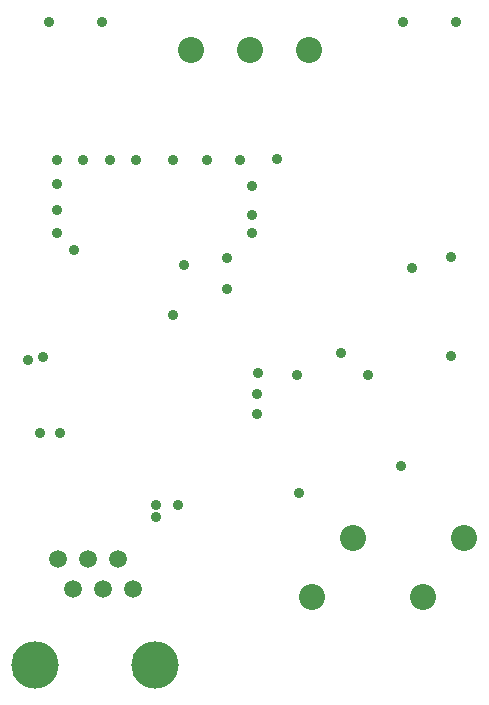
<source format=gbs>
%FSLAX25Y25*%
%MOIN*%
G70*
G01*
G75*
G04 Layer_Color=16711935*
%ADD10R,0.03150X0.03543*%
%ADD11R,0.05118X0.04134*%
%ADD12R,0.07087X0.07165*%
%ADD13R,0.06102X0.05315*%
%ADD14R,0.22047X0.22047*%
%ADD15R,0.07874X0.04724*%
%ADD16R,0.03740X0.02756*%
%ADD17R,0.04331X0.04528*%
%ADD18R,0.05315X0.06102*%
%ADD19R,0.04528X0.04331*%
%ADD20R,0.05906X0.01181*%
%ADD21R,0.01181X0.05906*%
%ADD22R,0.03543X0.03150*%
%ADD23R,0.02835X0.02835*%
%ADD24R,0.21654X0.07874*%
%ADD25C,0.01000*%
%ADD26C,0.03937*%
%ADD27C,0.01969*%
%ADD28C,0.07874*%
%ADD29C,0.05118*%
%ADD30C,0.14961*%
%ADD31C,0.02756*%
%ADD32C,0.05906*%
%ADD33R,0.03950X0.04343*%
%ADD34R,0.05918X0.04934*%
%ADD35R,0.07887X0.07965*%
%ADD36R,0.06902X0.06115*%
%ADD37R,0.22847X0.22847*%
%ADD38R,0.08674X0.05524*%
%ADD39R,0.04540X0.03556*%
%ADD40R,0.05131X0.05328*%
%ADD41R,0.06115X0.06902*%
%ADD42R,0.05328X0.05131*%
%ADD43R,0.06706X0.01981*%
%ADD44R,0.01981X0.06706*%
%ADD45R,0.04343X0.03950*%
%ADD46R,0.03635X0.03635*%
%ADD47R,0.22453X0.08674*%
%ADD48C,0.08674*%
%ADD49C,0.05918*%
%ADD50C,0.15761*%
%ADD51C,0.03556*%
D48*
X138386Y32283D02*
D03*
X152165Y51968D02*
D03*
X101378Y32283D02*
D03*
X115157Y51968D02*
D03*
X61024Y214567D02*
D03*
X100394D02*
D03*
X80709D02*
D03*
D49*
X26732Y44882D02*
D03*
X36732D02*
D03*
X16732D02*
D03*
X21732Y34882D02*
D03*
X31732D02*
D03*
X41732D02*
D03*
D50*
X49213Y9843D02*
D03*
X9213D02*
D03*
D51*
X13780Y224016D02*
D03*
X31496D02*
D03*
X131890D02*
D03*
X149606D02*
D03*
X134646Y142126D02*
D03*
X147638Y145669D02*
D03*
Y112598D02*
D03*
X120079Y106299D02*
D03*
X96457D02*
D03*
X131102Y75984D02*
D03*
X97244Y66929D02*
D03*
X89764Y178347D02*
D03*
X83071Y100000D02*
D03*
Y93307D02*
D03*
X22047Y148031D02*
D03*
X16535Y153543D02*
D03*
Y161417D02*
D03*
Y170079D02*
D03*
Y177953D02*
D03*
X25197D02*
D03*
X34252D02*
D03*
X42913D02*
D03*
X55118D02*
D03*
X66535D02*
D03*
X77559D02*
D03*
X81496Y169291D02*
D03*
Y159843D02*
D03*
Y153543D02*
D03*
X73228Y145276D02*
D03*
Y135039D02*
D03*
X49606Y62992D02*
D03*
X6693Y111417D02*
D03*
X11811Y112205D02*
D03*
X10630Y87008D02*
D03*
X17323D02*
D03*
X56693Y62992D02*
D03*
X49606Y59055D02*
D03*
X58661Y142913D02*
D03*
X55118Y126378D02*
D03*
X111024Y113779D02*
D03*
X83465Y107087D02*
D03*
M02*

</source>
